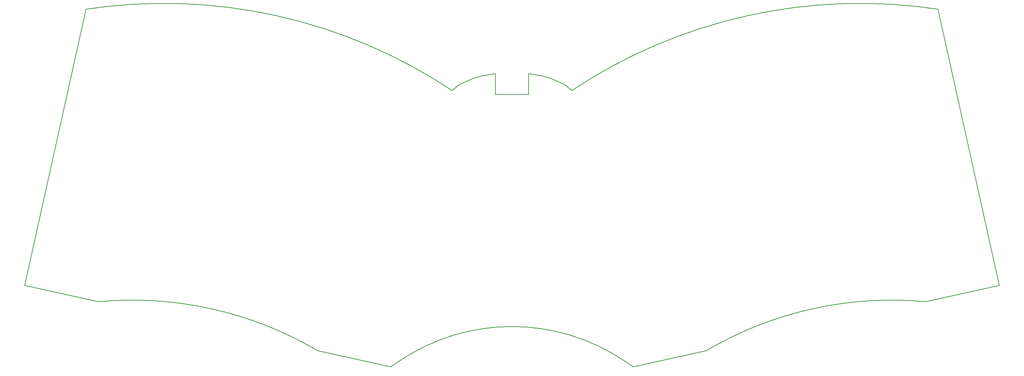
<source format=gbr>
G04 #@! TF.GenerationSoftware,KiCad,Pcbnew,(5.0.1-3-g963ef8bb5)*
G04 #@! TF.CreationDate,2018-12-19T14:21:48+01:00*
G04 #@! TF.ProjectId,atreusPCB,6174726575735043422E6B696361645F,rev?*
G04 #@! TF.SameCoordinates,Original*
G04 #@! TF.FileFunction,Profile,NP*
%FSLAX46Y46*%
G04 Gerber Fmt 4.6, Leading zero omitted, Abs format (unit mm)*
G04 Created by KiCad (PCBNEW (5.0.1-3-g963ef8bb5)) date 2018 December 19, Wednesday 14:21:48*
%MOMM*%
%LPD*%
G01*
G04 APERTURE LIST*
%ADD10C,0.150000*%
G04 APERTURE END LIST*
D10*
X120000000Y-128000001D02*
G75*
G02X173999999Y-128000001I27000000J-39999999D01*
G01*
X132608160Y-63021960D02*
X134500000Y-61500000D01*
X134500000Y-61500000D02*
X138000000Y-60000000D01*
X151000000Y-59000000D02*
X154000000Y-59500000D01*
X151000000Y-64000000D02*
X151000000Y-59000000D01*
X143000000Y-64000000D02*
X151000000Y-64000000D01*
X143000000Y-59000000D02*
X143000000Y-64000000D01*
X140000000Y-59500000D02*
X143000000Y-59000000D01*
X154000000Y-59500000D02*
X156000000Y-60000000D01*
X138000000Y-60000000D02*
X140000000Y-59500000D01*
X176143102Y-129402682D02*
X174000000Y-128000000D01*
X117856898Y-129402682D02*
X120000000Y-128000000D01*
X159500000Y-61500000D02*
X156000000Y-60000000D01*
X161391840Y-63021960D02*
X159500000Y-61500000D01*
X44751321Y-43498231D02*
G75*
G02X132608159Y-63021960I18656037J-123487660D01*
G01*
X161391840Y-63021962D02*
G75*
G02X249248677Y-43498232I69200802J-103963929D01*
G01*
X246428573Y-113783698D02*
X263999940Y-109878952D01*
X193714470Y-125497937D02*
G75*
G02X246428572Y-113783699I44470733J-75654502D01*
G01*
X176143102Y-129402682D02*
X193714470Y-125497936D01*
X47571427Y-113783700D02*
G75*
G02X100285529Y-125497937I8243370J-87368739D01*
G01*
X263999940Y-109878952D02*
X249248678Y-43498230D01*
X100285530Y-125497936D02*
X117856898Y-129402682D01*
X30000060Y-109878952D02*
X47571427Y-113783698D01*
X44751322Y-43498230D02*
X30000060Y-109878952D01*
M02*

</source>
